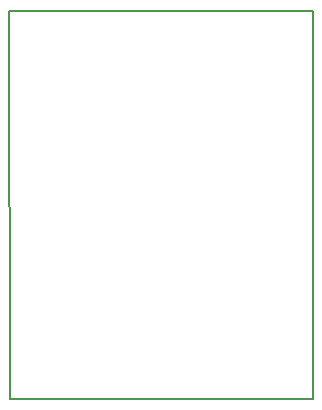
<source format=gm1>
%TF.GenerationSoftware,KiCad,Pcbnew,(2017-11-19 revision 8b2b138)-master*%
%TF.CreationDate,2018-01-29T21:55:45-08:00*%
%TF.ProjectId,lora_nodemcu,6C6F72615F6E6F64656D63752E6B6963,rev?*%
%TF.SameCoordinates,Original*%
%TF.FileFunction,Profile,NP*%
%FSLAX46Y46*%
G04 Gerber Fmt 4.6, Leading zero omitted, Abs format (unit mm)*
G04 Created by KiCad (PCBNEW (2017-11-19 revision 8b2b138)-master) date Monday, January 29, 2018 'PMt' 09:55:45 PM*
%MOMM*%
%LPD*%
G01*
G04 APERTURE LIST*
%ADD10C,0.150000*%
G04 APERTURE END LIST*
D10*
X135763000Y-74980800D02*
X135851900Y-74980800D01*
X135851900Y-107873800D02*
X135763000Y-75000000D01*
X161569400Y-107873800D02*
X135851900Y-107873800D01*
X161569400Y-75000000D02*
X161569400Y-107873800D01*
X135763000Y-75000000D02*
X161569400Y-75000000D01*
M02*

</source>
